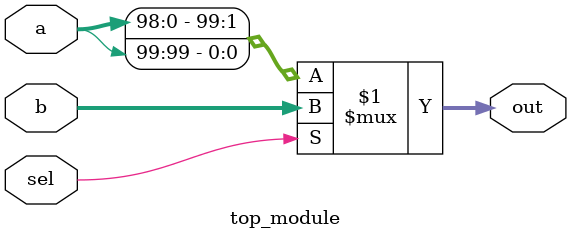
<source format=v>
module top_module (
	input [99:0] a,
	input [99:0] b,
	input sel,
	output [99:0] out
);

	assign out = sel ? b : {a[98:0], a[99]}; // Change: rotated a to the right

endmodule

</source>
